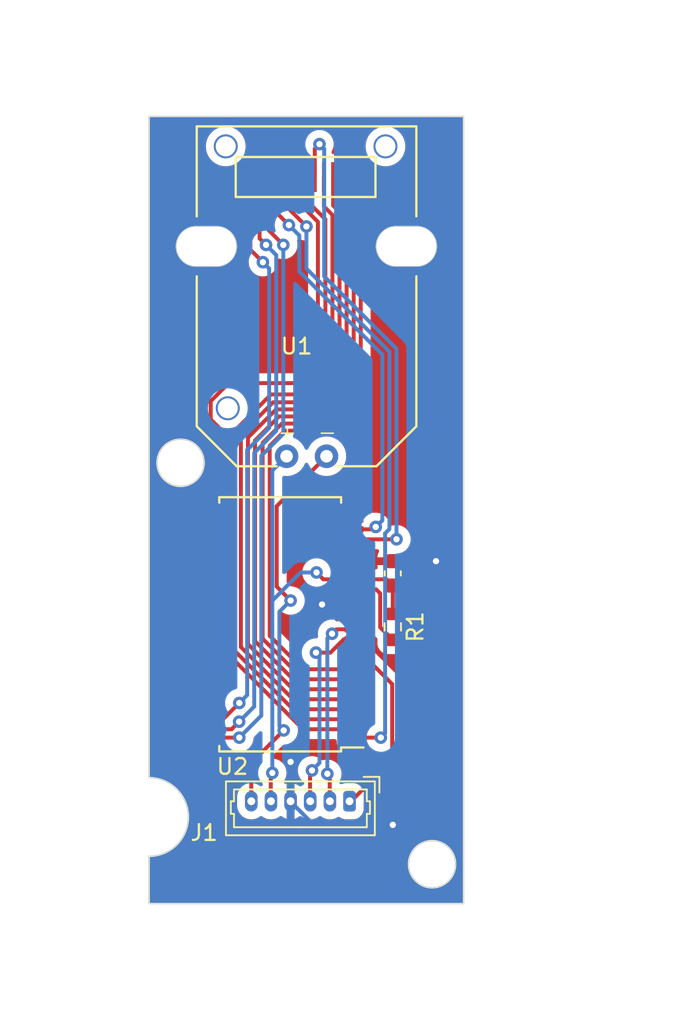
<source format=kicad_pcb>
(kicad_pcb (version 20240108) (generator "pcbnew") (generator_version "8.0")
  (layers (0 "F.Cu" signal) (31 "B.Cu" signal) (34 "B.Paste" user) (35 "F.Paste" user) (36 "B.SilkS" user "B.Silkscreen") (37 "F.SilkS" user "F.Silkscreen") (38 "B.Mask" user) (39 "F.Mask" user) (44 "Edge.Cuts" user))
  (net 0 "")
  (net 1 "+5V")
  (net 2 "GND")
  (net 3 "CS")
  (net 4 "DATA")
  (net 5 "WR")
  (net 6 "P_LED")
  (net 7 "Net-(U2-VLCD)")
  (net 8 "S11")
  (net 9 "S10")
  (net 10 "S9")
  (net 11 "COM1")
  (net 12 "S8")
  (net 13 "S7")
  (net 14 "S6")
  (net 15 "COM0")
  (net 16 "S5")
  (net 17 "S4")
  (net 18 "S3")
  (net 19 "S2")
  (net 20 "S1")
  (footprint "Library:Molex_PicoBlade_53047-0610_1x06_P1.25mm_Vertical" (layer "F.Cu") (at 237.75 64.5 180)
    (property "Reference" "J1" (at 9.25 -2 180) (layer "F.SilkS"))
    (property "Value" "Projektor")
    (fp_line (start 7.86 1.26) (end 7.86 -2.16) (stroke (width 0.12)) (layer "F.SilkS"))
    (fp_line (start 7.86 -2.16) (end -1.61 -2.16) (stroke (width 0.12)) (layer "F.SilkS"))
    (fp_line (start 7.55 0) (end 7.55 -0.8) (stroke (width 0.12)) (layer "F.SilkS"))
    (fp_line (start 7.55 -0.8) (end 7.35 -0.8) (stroke (width 0.12)) (layer "F.SilkS"))
    (fp_line (start 7.35 0.75) (end 7.35 0) (stroke (width 0.12)) (layer "F.SilkS"))
    (fp_line (start 7.35 0) (end 7.55 0) (stroke (width 0.12)) (layer "F.SilkS"))
    (fp_line (start 7.35 -0.8) (end 7.35 -1.65) (stroke (width 0.12)) (layer "F.SilkS"))
    (fp_line (start 7.35 -1.65) (end 3.125 -1.65) (stroke (width 0.12)) (layer "F.SilkS"))
    (fp_line (start 3.125 0.75) (end 7.35 0.75) (stroke (width 0.12)) (layer "F.SilkS"))
    (fp_line (start 3.125 0.75) (end -1.1 0.75) (stroke (width 0.12)) (layer "F.SilkS"))
    (fp_line (start -1.1 0.75) (end -1.1 0) (stroke (width 0.12)) (layer "F.SilkS"))
    (fp_line (start -1.1 0) (end -1.3 0) (stroke (width 0.12)) (layer "F.SilkS"))
    (fp_line (start -1.1 -0.8) (end -1.1 -1.65) (stroke (width 0.12)) (layer "F.SilkS"))
    (fp_line (start -1.1 -1.65) (end 3.125 -1.65) (stroke (width 0.12)) (layer "F.SilkS"))
    (fp_line (start -1.3 0) (end -1.3 -0.8) (stroke (width 0.12)) (layer "F.SilkS"))
    (fp_line (start -1.3 -0.8) (end -1.1 -0.8) (stroke (width 0.12)) (layer "F.SilkS"))
    (fp_line (start -1.61 1.26) (end 7.86 1.26) (stroke (width 0.12)) (layer "F.SilkS"))
    (fp_line (start -1.61 -2.16) (end -1.61 1.26) (stroke (width 0.12)) (layer "F.SilkS"))
    (fp_line (start -1.9 1.55) (end -0.9 1.55) (stroke (width 0.12)) (layer "F.SilkS"))
    (fp_line (start -1.9 1.55) (end -1.9 0.55) (stroke (width 0.12)) (layer "F.SilkS"))
    (pad "1" thru_hole roundrect (at 0 0 180) (size 0.8 1.3) (drill 0.5) (layers "*.Cu" "*.Mask") (net 3 "CS"))
    (pad "2" thru_hole oval (at 1.25 0 180) (size 0.8 1.3) (drill 0.5) (layers "*.Cu" "*.Mask") (net 4 "DATA"))
    (pad "3" thru_hole oval (at 2.5 0 180) (size 0.8 1.3) (drill 0.5) (layers "*.Cu" "*.Mask") (net 5 "WR"))
    (pad "4" thru_hole oval (at 3.75 0 180) (size 0.8 1.3) (drill 0.5) (layers "*.Cu" "*.Mask") (net 2 "GND"))
    (pad "5" thru_hole oval (at 5 0 180) (size 0.8 1.3) (drill 0.5) (layers "*.Cu" "*.Mask") (net 1 "+5V"))
    (pad "6" thru_hole oval (at 6.25 0 180) (size 0.8 1.3) (drill 0.5) (layers "*.Cu" "*.Mask") (net 6 "P_LED"))
  )
  (footprint "Capacitor_SMD:C_0603_1608Metric" (layer "F.Cu") (at 240.5 50.025 90)
    (property "Reference" "C1" (hide yes))
    (property "Value" "100nF")
    (fp_line (start -0.14058 -0.51) (end 0.14058 -0.51) (stroke (width 0.12)) (layer "F.SilkS"))
    (fp_line (start -0.14058 0.51) (end 0.14058 0.51) (stroke (width 0.12)) (layer "F.SilkS"))
    (pad "1" smd roundrect (at -0.775 0 90) (size 0.9 0.95) (layers "F.Cu" "F.Paste" "F.Mask") (net 1 "+5V"))
    (pad "2" smd roundrect (at 0.775 0 90) (size 0.9 0.95) (layers "F.Cu" "F.Paste" "F.Mask") (net 2 "GND"))
  )
  (footprint "Resistor_SMD:R_0603_1608Metric" (layer "F.Cu") (at 240.5 53.425 -90)
    (property "Reference" "R1" (at 0 -1.43 90) (layer "F.SilkS"))
    (property "Value" "20k" (hide yes))
    (fp_line (start -0.237258 0.5225) (end 0.237258 0.5225) (stroke (width 0.12)) (layer "F.SilkS"))
    (fp_line (start -0.237258 -0.5225) (end 0.237258 -0.5225) (stroke (width 0.12)) (layer "F.SilkS"))
    (pad "1" smd roundrect (at -0.825 0 270) (size 0.8 0.95) (layers "F.Cu" "F.Paste" "F.Mask") (net 1 "+5V"))
    (pad "2" smd roundrect (at 0.825 0 270) (size 0.8 0.95) (layers "F.Cu" "F.Paste" "F.Mask") (net 7 "Net-(U2-VLCD)"))
  )
  (footprint "Package_SO:SSOP-48_7.5x15.9mm_P0.635mm" (layer "F.Cu") (at 233.338025 53.26 180)
    (property "Reference" "U2" (at 3.038025 -9.04 0) (layer "F.SilkS"))
    (property "Value" "HT1621B")
    (fp_line (start 3.875 8.075) (end 3.875 7.7275) (stroke (width 0.15)) (layer "F.SilkS"))
    (fp_line (start 3.875 -8.075) (end 3.875 -7.7275) (stroke (width 0.15)) (layer "F.SilkS"))
    (fp_line (start -3.875 8.075) (end 3.875 8.075) (stroke (width 0.15)) (layer "F.SilkS"))
    (fp_line (start -3.875 8.075) (end -3.875 7.7275) (stroke (width 0.15)) (layer "F.SilkS"))
    (fp_line (start -3.875 -7.825) (end -5.3 -7.825) (stroke (width 0.15)) (layer "F.SilkS"))
    (fp_line (start -3.875 -8.075) (end 3.875 -8.075) (stroke (width 0.15)) (layer "F.SilkS"))
    (fp_line (start -3.875 -8.075) (end -3.875 -7.825) (stroke (width 0.15)) (layer "F.SilkS"))
    (pad "1" smd rect (at -4.7 -7.3025 180) (size 1.2 0.4) (layers "F.Cu" "F.Paste" "F.Mask") (net 12 "S8"))
    (pad "2" smd rect (at -4.7 -6.6675 180) (size 1.2 0.4) (layers "F.Cu" "F.Paste" "F.Mask") (net 13 "S7"))
    (pad "3" smd rect (at -4.7 -6.0325 180) (size 1.2 0.4) (layers "F.Cu" "F.Paste" "F.Mask") (net 14 "S6"))
    (pad "4" smd rect (at -4.7 -5.3975 180) (size 1.2 0.4) (layers "F.Cu" "F.Paste" "F.Mask") (net 16 "S5"))
    (pad "5" smd rect (at -4.7 -4.7625 180) (size 1.2 0.4) (layers "F.Cu" "F.Paste" "F.Mask") (net 17 "S4"))
    (pad "6" smd rect (at -4.7 -4.1275 180) (size 1.2 0.4) (layers "F.Cu" "F.Paste" "F.Mask") (net 18 "S3"))
    (pad "7" smd rect (at -4.7 -3.4925 180) (size 1.2 0.4) (layers "F.Cu" "F.Paste" "F.Mask") (net 19 "S2"))
    (pad "8" smd rect (at -4.7 -2.8575 180) (size 1.2 0.4) (layers "F.Cu" "F.Paste" "F.Mask") (net 20 "S1"))
    (pad "9" smd rect (at -4.7 -2.2225 180) (size 1.2 0.4) (layers "F.Cu" "F.Paste" "F.Mask") (net 3 "CS"))
    (pad "10" smd rect (at -4.7 -1.5875 180) (size 1.2 0.4) (layers "F.Cu" "F.Paste" "F.Mask"))
    (pad "11" smd rect (at -4.7 -0.9525 180) (size 1.2 0.4) (layers "F.Cu" "F.Paste" "F.Mask") (net 5 "WR"))
    (pad "12" smd rect (at -4.7 -0.3175 180) (size 1.2 0.4) (layers "F.Cu" "F.Paste" "F.Mask") (net 4 "DATA"))
    (pad "13" smd rect (at -4.7 0.3175 180) (size 1.2 0.4) (layers "F.Cu" "F.Paste" "F.Mask") (net 2 "GND"))
    (pad "14" smd rect (at -4.7 0.9525 180) (size 1.2 0.4) (layers "F.Cu" "F.Paste" "F.Mask"))
    (pad "15" smd rect (at -4.7 1.5875 180) (size 1.2 0.4) (layers "F.Cu" "F.Paste" "F.Mask"))
    (pad "16" smd rect (at -4.7 2.2225 180) (size 1.2 0.4) (layers "F.Cu" "F.Paste" "F.Mask") (net 7 "Net-(U2-VLCD)"))
    (pad "17" smd rect (at -4.7 2.8575 180) (size 1.2 0.4) (layers "F.Cu" "F.Paste" "F.Mask") (net 1 "+5V"))
    (pad "18" smd rect (at -4.7 3.4925 180) (size 1.2 0.4) (layers "F.Cu" "F.Paste" "F.Mask"))
    (pad "19" smd rect (at -4.7 4.1275 180) (size 1.2 0.4) (layers "F.Cu" "F.Paste" "F.Mask"))
    (pad "20" smd rect (at -4.7 4.7625 180) (size 1.2 0.4) (layers "F.Cu" "F.Paste" "F.Mask"))
    (pad "21" smd rect (at -4.7 5.3975 180) (size 1.2 0.4) (layers "F.Cu" "F.Paste" "F.Mask") (net 15 "COM0"))
    (pad "22" smd rect (at -4.7 6.0325 180) (size 1.2 0.4) (layers "F.Cu" "F.Paste" "F.Mask") (net 11 "COM1"))
    (pad "23" smd rect (at -4.7 6.6675 180) (size 1.2 0.4) (layers "F.Cu" "F.Paste" "F.Mask"))
    (pad "24" smd rect (at -4.7 7.3025 180) (size 1.2 0.4) (layers "F.Cu" "F.Paste" "F.Mask"))
    (pad "25" smd rect (at 4.7 7.3025 180) (size 1.2 0.4) (layers "F.Cu" "F.Paste" "F.Mask"))
    (pad "26" smd rect (at 4.7 6.6675 180) (size 1.2 0.4) (layers "F.Cu" "F.Paste" "F.Mask"))
    (pad "27" smd rect (at 4.7 6.0325 180) (size 1.2 0.4) (layers "F.Cu" "F.Paste" "F.Mask"))
    (pad "28" smd rect (at 4.7 5.3975 180) (size 1.2 0.4) (layers "F.Cu" "F.Paste" "F.Mask"))
    (pad "29" smd rect (at 4.7 4.7625 180) (size 1.2 0.4) (layers "F.Cu" "F.Paste" "F.Mask"))
    (pad "30" smd rect (at 4.7 4.1275 180) (size 1.2 0.4) (layers "F.Cu" "F.Paste" "F.Mask"))
    (pad "31" smd rect (at 4.7 3.4925 180) (size 1.2 0.4) (layers "F.Cu" "F.Paste" "F.Mask"))
    (pad "32" smd rect (at 4.7 2.8575 180) (size 1.2 0.4) (layers "F.Cu" "F.Paste" "F.Mask"))
    (pad "33" smd rect (at 4.7 2.2225 180) (size 1.2 0.4) (layers "F.Cu" "F.Paste" "F.Mask"))
    (pad "34" smd rect (at 4.7 1.5875 180) (size 1.2 0.4) (layers "F.Cu" "F.Paste" "F.Mask"))
    (pad "35" smd rect (at 4.7 0.9525 180) (size 1.2 0.4) (layers "F.Cu" "F.Paste" "F.Mask"))
    (pad "36" smd rect (at 4.7 0.3175 180) (size 1.2 0.4) (layers "F.Cu" "F.Paste" "F.Mask"))
    (pad "37" smd rect (at 4.7 -0.3175 180) (size 1.2 0.4) (layers "F.Cu" "F.Paste" "F.Mask"))
    (pad "38" smd rect (at 4.7 -0.9525 180) (size 1.2 0.4) (layers "F.Cu" "F.Paste" "F.Mask"))
    (pad "39" smd rect (at 4.7 -1.5875 180) (size 1.2 0.4) (layers "F.Cu" "F.Paste" "F.Mask"))
    (pad "40" smd rect (at 4.7 -2.2225 180) (size 1.2 0.4) (layers "F.Cu" "F.Paste" "F.Mask"))
    (pad "41" smd rect (at 4.7 -2.8575 180) (size 1.2 0.4) (layers "F.Cu" "F.Paste" "F.Mask"))
    (pad "42" smd rect (at 4.7 -3.4925 180) (size 1.2 0.4) (layers "F.Cu" "F.Paste" "F.Mask"))
    (pad "43" smd rect (at 4.7 -4.1275 180) (size 1.2 0.4) (layers "F.Cu" "F.Paste" "F.Mask"))
    (pad "44" smd rect (at 4.7 -4.7625 180) (size 1.2 0.4) (layers "F.Cu" "F.Paste" "F.Mask"))
    (pad "45" smd rect (at 4.7 -5.3975 180) (size 1.2 0.4) (layers "F.Cu" "F.Paste" "F.Mask"))
    (pad "46" smd rect (at 4.7 -6.0325 180) (size 1.2 0.4) (layers "F.Cu" "F.Paste" "F.Mask") (net 8 "S11"))
    (pad "47" smd rect (at 4.7 -6.6675 180) (size 1.2 0.4) (layers "F.Cu" "F.Paste" "F.Mask") (net 9 "S10"))
    (pad "48" smd rect (at 4.7 -7.3025 180) (size 1.2 0.4) (layers "F.Cu" "F.Paste" "F.Mask") (net 10 "S9"))
  )
  (footprint "Library:Projektor_Controlliert" (layer "F.Cu") (at 242 21.63)
    (property "Reference" "U1" (at -7.62 13.97 0) (layer "F.SilkS"))
    (property "Value" "Projektor")
    (fp_line (start -13.97 0) (end -13.97 5.715) (stroke (width 0.15)) (layer "F.SilkS"))
    (fp_line (start -13.97 9.525) (end -13.97 19.05) (stroke (width 0.15)) (layer "F.SilkS"))
    (fp_line (start -13.97 19.05) (end -11.43 21.59) (stroke (width 0.15)) (layer "F.SilkS"))
    (fp_line (start -11.49 1.945) (end -11.49 4.485) (stroke (width 0.15)) (layer "F.SilkS"))
    (fp_line (start -11.49 4.485) (end -2.6 4.485) (stroke (width 0.15)) (layer "F.SilkS"))
    (fp_line (start -11.43 21.59) (end -8.89 21.59) (stroke (width 0.15)) (layer "F.SilkS"))
    (fp_line (start -2.6 1.945) (end -11.49 1.945) (stroke (width 0.15)) (layer "F.SilkS"))
    (fp_line (start -2.6 4.485) (end -2.6 1.945) (stroke (width 0.15)) (layer "F.SilkS"))
    (fp_line (start -2.54 21.59) (end -5.08 21.59) (stroke (width 0.15)) (layer "F.SilkS"))
    (fp_line (start -2.54 21.59) (end 0 19.05) (stroke (width 0.15)) (layer "F.SilkS"))
    (fp_line (start 0 0) (end -13.97 0) (stroke (width 0.15)) (layer "F.SilkS"))
    (fp_line (start 0 0) (end 0 5.715) (stroke (width 0.15)) (layer "F.SilkS"))
    (fp_line (start 0 9.525) (end 0 19.05) (stroke (width 0.15)) (layer "F.SilkS"))
    (fp_line (start -12.724252 6.354227) (end -13.994252 6.354227) (stroke (width 0.05)) (layer "Edge.Cuts"))
    (fp_line (start -12.724252 8.894227) (end -13.994252 8.894227) (stroke (width 0.05)) (layer "Edge.Cuts"))
    (fp_line (start 0 6.35) (end -1.27 6.35) (stroke (width 0.05)) (layer "Edge.Cuts"))
    (fp_line (start 0 8.89) (end -1.27 8.89) (stroke (width 0.05)) (layer "Edge.Cuts"))
    (fp_arc (start -15.276226 7.622253) (mid -14.900001 6.719999) (end -13.994234 6.352312) (stroke (width 0.05)) (layer "Edge.Cuts"))
    (fp_arc (start -13.994252 8.894227) (mid -14.901444 8.525938) (end -15.278256 7.622253) (stroke (width 0.05)) (layer "Edge.Cuts"))
    (fp_arc (start -12.724252 6.354227) (mid -11.813213 6.719046) (end -11.434093 7.624227) (stroke (width 0.05)) (layer "Edge.Cuts"))
    (fp_arc (start -11.434095 7.624227) (mid -11.813214 8.529408) (end -12.724252 8.894227) (stroke (width 0.05)) (layer "Edge.Cuts"))
    (fp_arc (start -2.551974 7.618026) (mid -2.175749 6.715772) (end -1.269982 6.348085) (stroke (width 0.05)) (layer "Edge.Cuts"))
    (fp_arc (start -1.27 8.89) (mid -2.177192 8.521711) (end -2.554004 7.618026) (stroke (width 0.05)) (layer "Edge.Cuts"))
    (fp_arc (start 0 6.35) (mid 0.911039 6.714819) (end 1.290159 7.62) (stroke (width 0.05)) (layer "Edge.Cuts"))
    (fp_arc (start 1.290157 7.62) (mid 0.911038 8.52518) (end 0 8.89) (stroke (width 0.05)) (layer "Edge.Cuts"))
    (fp_text user "-" (at -6.35 20 0) (layer "F.SilkS") (effects (font (thickness 0.1)) (justify left bottom)))
    (fp_text user "+" (at -8.89 20 0) (layer "F.SilkS") (effects (font (thickness 0.1)) (justify left bottom)))
    (pad "" thru_hole circle (at -12.125 1.27) (size 1.524 1.524) (drill 1.27) (layers "*.Cu" "*.Mask"))
    (pad "" thru_hole circle (at -11.995 17.907) (size 1.524 1.524) (drill 1.27) (layers "*.Cu" "*.Mask"))
    (pad "" thru_hole circle (at -1.965 1.27) (size 1.524 1.524) (drill 1.27) (layers "*.Cu" "*.Mask"))
    (pad "1" smd rect (at -10.5574 3.2215) (size 0.25 1.905) (layers "F.Cu" "F.Paste" "F.Mask") (net 8 "S11"))
    (pad "2" smd rect (at -9.9724 3.2215) (size 0.25 1.905) (layers "F.Cu" "F.Paste" "F.Mask") (net 9 "S10"))
    (pad "3" smd rect (at -9.3874 3.2215) (size 0.25 1.905) (layers "F.Cu" "F.Paste" "F.Mask") (net 10 "S9"))
    (pad "4" smd rect (at -8.8024 3.2215) (size 0.25 1.905) (layers "F.Cu" "F.Paste" "F.Mask") (net 11 "COM1"))
    (pad "5" smd rect (at -8.2174 3.2215) (size 0.25 1.905) (layers "F.Cu" "F.Paste" "F.Mask") (net 12 "S8"))
    (pad "6" smd rect (at -7.6324 3.2215) (size 0.25 1.905) (layers "F.Cu" "F.Paste" "F.Mask") (net 13 "S7"))
    (pad "7" smd rect (at -7.0474 3.2215) (size 0.25 1.905) (layers "F.Cu" "F.Paste" "F.Mask") (net 14 "S6"))
    (pad "8" smd rect (at -6.4624 3.2215) (size 0.25 1.905) (layers "F.Cu" "F.Paste" "F.Mask") (net 15 "COM0"))
    (pad "9" smd rect (at -5.8774 3.2215) (size 0.25 1.905) (layers "F.Cu" "F.Paste" "F.Mask") (net 16 "S5"))
    (pad "10" smd rect (at -5.2924 3.2215) (size 0.25 1.905) (layers "F.Cu" "F.Paste" "F.Mask") (net 17 "S4"))
    (pad "11" smd rect (at -4.7074 3.2215) (size 0.25 1.905) (layers "F.Cu" "F.Paste" "F.Mask") (net 18 "S3"))
    (pad "12" smd rect (at -4.1224 3.2215) (size 0.25 1.905) (layers "F.Cu" "F.Paste" "F.Mask") (net 19 "S2"))
    (pad "13" smd rect (at -3.5374 3.2215) (size 0.25 1.905) (layers "F.Cu" "F.Paste" "F.Mask") (net 20 "S1"))
    (pad "14" thru_hole circle (at -8.255 20.955) (size 1.5 1.5) (drill 0.8) (layers "*.Cu" "*.Mask") (net 1 "+5V"))
    (pad "15" thru_hole circle (at -5.715 20.955) (size 1.5 1.5) (drill 0.8) (layers "*.Cu" "*.Mask") (net 6 "P_LED"))
  )
  (gr_arc (start 225 63) (mid 227.5 65.5) (end 225 68) (stroke (width 0.1)) (layer "Edge.Cuts"))
  (gr_line (start 228.5 71) (end 233.5 71) (stroke (width 0.1)) (layer "Edge.Cuts"))
  (gr_line (start 225 71) (end 228.5 71) (stroke (width 0.1)) (layer "Edge.Cuts"))
  (gr_line (start 245 21) (end 230 21) (stroke (width 0.1)) (layer "Edge.Cuts"))
  (gr_circle (center 227 43) (end 225.5 43) (stroke (width 0.1)) (fill none) (layer "Edge.Cuts"))
  (gr_line (start 225 68) (end 225 71) (stroke (width 0.1)) (layer "Edge.Cuts"))
  (gr_circle (center 243 68.5) (end 241.5 68.5) (stroke (width 0.1)) (fill none) (layer "Edge.Cuts"))
  (gr_line (start 233.5 71) (end 245 71) (stroke (width 0.1)) (layer "Edge.Cuts"))
  (gr_line (start 230 21) (end 225 21) (stroke (width 0.1)) (layer "Edge.Cuts"))
  (gr_line (start 225 63) (end 225 33) (stroke (width 0.1)) (layer "Edge.Cuts"))
  (gr_line (start 245 71) (end 245 21) (stroke (width 0.1)) (layer "Edge.Cuts"))
  (gr_line (start 225 21) (end 225 33) (stroke (width 0.1)) (layer "Edge.Cuts"))
  (segment (start 232.738025 64.6075) (end 232.738025 62.8575) (width 0.25) (layer "F.Cu") (net 1))
  (segment (start 240.5 50.8) (end 240.1025 50.4025) (width 0.25) (layer "F.Cu") (net 1))
  (segment (start 240.1025 50.4025) (end 238.038025 50.4025) (width 0.25) (layer "F.Cu") (net 1))
  (segment (start 240.5 50.8) (end 240.5 52.6) (width 0.25) (layer "F.Cu") (net 1))
  (segment (start 236.083025 50.4025) (end 238.038025 50.4025) (width 0.25) (layer "F.Cu") (net 1))
  (segment (start 235.648025 49.9675) (end 236.083025 50.4025) (width 0.25) (layer "F.Cu") (net 1))
  (segment (start 232.738025 62.8575) (end 232.838025 62.7575) (width 0.25) (layer "F.Cu") (net 1))
  (via (at 235.648025 49.9675) (size 0.8) (drill 0.4) (layers "F.Cu" "B.Cu") (net 1))
  (via (at 232.838025 62.7) (size 0.8) (drill 0.4) (layers "F.Cu" "B.Cu") (net 1))
  (segment (start 232.838025 51.7575) (end 234.628025 49.9675) (width 0.25) (layer "B.Cu") (net 1))
  (segment (start 232.838025 43.491975) (end 233.745 42.585) (width 0.25) (layer "B.Cu") (net 1))
  (segment (start 234.628025 49.9675) (end 235.648025 49.9675) (width 0.25) (layer "B.Cu") (net 1))
  (segment (start 232.838025 62.7) (end 232.838025 43.491975) (width 0.25) (layer "B.Cu") (net 1))
  (segment (start 233.988025 64.6075) (end 233.988025 62.011975) (width 0.25) (layer "F.Cu") (net 2))
  (segment (start 236.9425 52.9425) (end 236 52) (width 0.25) (layer "F.Cu") (net 2))
  (segment (start 238.038025 52.9425) (end 236.9425 52.9425) (width 0.25) (layer "F.Cu") (net 2))
  (segment (start 240.5 49.25) (end 243.25 49.25) (width 0.25) (layer "F.Cu") (net 2))
  (segment (start 233.988025 62.011975) (end 234 62) (width 0.25) (layer "F.Cu") (net 2))
  (via (at 240.5 66) (size 0.8) (drill 0.4) (layers "F.Cu" "B.Cu") (net 2))
  (via (at 243.25 49.25) (size 0.8) (drill 0.4) (layers "F.Cu" "B.Cu") (net 2))
  (via (at 236 52) (size 0.8) (drill 0.4) (layers "F.Cu" "B.Cu") (net 2))
  (via (at 234 62) (size 0.8) (drill 0.4) (layers "F.Cu" "B.Cu") (net 2))
  (segment (start 234 64.525305) (end 234 62) (width 0.25) (layer "B.Cu") (net 2))
  (segment (start 240.5 66) (end 235.474695 66) (width 0.25) (layer "B.Cu") (net 2))
  (segment (start 235.474695 66) (end 234 64.525305) (width 0.25) (layer "B.Cu") (net 2))
  (segment (start 238.888025 55.4825) (end 238.038025 55.4825) (width 0.25) (layer "F.Cu") (net 3))
  (segment (start 240.463025 61.8825) (end 240.463025 57.0575) (width 0.25) (layer "F.Cu") (net 3))
  (segment (start 240.463025 57.0575) (end 238.888025 55.4825) (width 0.25) (layer "F.Cu") (net 3))
  (segment (start 237.738025 64.6075) (end 240.463025 61.8825) (width 0.25) (layer "F.Cu") (net 3))
  (segment (start 236.488025 62.9075) (end 236.338025 62.7575) (width 0.25) (layer "F.Cu") (net 4))
  (segment (start 236.638025 53.8575) (end 236.918025 53.5775) (width 0.25) (layer "F.Cu") (net 4))
  (segment (start 236.488025 64.6075) (end 236.488025 62.9075) (width 0.25) (layer "F.Cu") (net 4))
  (segment (start 236.918025 53.5775) (end 238.038025 53.5775) (width 0.25) (layer "F.Cu") (net 4))
  (via (at 236.638025 53.8575) (size 0.8) (drill 0.4) (layers "F.Cu" "B.Cu") (net 4))
  (via (at 236.338025 62.7575) (size 0.8) (drill 0.4) (layers "F.Cu" "B.Cu") (net 4))
  (segment (start 236.338025 62.7575) (end 236.338025 54.1575) (width 0.25) (layer "B.Cu") (net 4))
  (segment (start 236.338025 54.1575) (end 236.638025 53.8575) (width 0.25) (layer "B.Cu") (net 4))
  (segment (start 235.238025 62.664976) (end 235.362324 62.540677) (width 0.25) (layer "F.Cu") (net 5))
  (segment (start 236.538025 55.0575) (end 237.383025 54.2125) (width 0.25) (layer "F.Cu") (net 5))
  (segment (start 237.383025 54.2125) (end 238.038025 54.2125) (width 0.25) (layer "F.Cu") (net 5))
  (segment (start 235.238025 64.6075) (end 235.238025 62.664976) (width 0.25) (layer "F.Cu") (net 5))
  (segment (start 235.613525 55.0575) (end 236.538025 55.0575) (width 0.25) (layer "F.Cu") (net 5))
  (via (at 235.362324 62.540677) (size 0.8) (drill 0.4) (layers "F.Cu" "B.Cu") (net 5))
  (via (at 235.613525 55.0575) (size 0.8) (drill 0.4) (layers "F.Cu" "B.Cu") (net 5))
  (segment (start 235.838025 62.064976) (end 235.838025 55.5575) (width 0.25) (layer "B.Cu") (net 5))
  (segment (start 235.838025 55.282) (end 235.613525 55.0575) (width 0.25) (layer "B.Cu") (net 5))
  (segment (start 235.362324 62.540677) (end 235.838025 62.064976) (width 0.25) (layer "B.Cu") (net 5))
  (segment (start 235.838025 55.5575) (end 235.838025 55.282) (width 0.25) (layer "B.Cu") (net 5))
  (segment (start 231.5 64.5) (end 231.5 62.063025) (width 0.25) (layer "F.Cu") (net 6))
  (segment (start 233.12 50.87) (end 233.12 45.75) (width 0.25) (layer "F.Cu") (net 6))
  (segment (start 231.5 62.063025) (end 233.563025 60) (width 0.25) (layer "F.Cu") (net 6))
  (segment (start 234 51.75) (end 233.12 50.87) (width 0.25) (layer "F.Cu") (net 6))
  (segment (start 233.12 45.75) (end 236.285 42.585) (width 0.25) (layer "F.Cu") (net 6))
  (via (at 234 51.75) (size 0.8) (drill 0.4) (layers "F.Cu" "B.Cu") (net 6))
  (via (at 233.563025 60) (size 0.8) (drill 0.4) (layers "F.Cu" "B.Cu") (net 6))
  (segment (start 233.288025 52.461975) (end 234 51.75) (width 0.25) (layer "B.Cu") (net 6))
  (segment (start 233.563025 60) (end 233.288025 59.725) (width 0.25) (layer "B.Cu") (net 6))
  (segment (start 233.288025 59.725) (end 233.288025 53.5) (width 0.25) (layer "B.Cu") (net 6))
  (segment (start 233.288025 53.5) (end 233.288025 52.461975) (width 0.25) (layer "B.Cu") (net 6))
  (segment (start 239.4375 51.0375) (end 238.038025 51.0375) (width 0.25) (layer "F.Cu") (net 7))
  (segment (start 239.7 51.3) (end 239.4375 51.0375) (width 0.25) (layer "F.Cu") (net 7))
  (segment (start 240.5 54.25) (end 239.7 53.45) (width 0.25) (layer "F.Cu") (net 7))
  (segment (start 239.7 53.45) (end 239.7 51.3) (width 0.25) (layer "F.Cu") (net 7))
  (segment (start 230.738025 58.2575) (end 229.703025 59.2925) (width 0.25) (layer "F.Cu") (net 8))
  (segment (start 231.4426 29.462075) (end 232.238025 30.2575) (width 0.25) (layer "F.Cu") (net 8))
  (segment (start 231.4426 24.8515) (end 231.4426 29.462075) (width 0.25) (layer "F.Cu") (net 8))
  (segment (start 229.703025 59.2925) (end 228.638025 59.2925) (width 0.25) (layer "F.Cu") (net 8))
  (via (at 232.238025 30.2575) (size 0.8) (drill 0.4) (layers "F.Cu" "B.Cu") (net 8))
  (via (at 230.738025 58.2575) (size 0.8) (drill 0.4) (layers "F.Cu" "B.Cu") (net 8))
  (segment (start 231.238025 44.3575) (end 231.238025 57.7575) (width 0.25) (layer "B.Cu") (net 8))
  (segment (start 231.601629 41.821104) (end 231.238025 42.184708) (width 0.25) (layer "B.Cu") (net 8))
  (segment (start 232.238025 30.2575) (end 232.638025 30.6575) (width 0.25) (layer "B.Cu") (net 8))
  (segment (start 232.638025 32.5575) (end 232.638025 40.784708) (width 0.25) (layer "B.Cu") (net 8))
  (segment (start 231.238025 57.7575) (end 230.738025 58.2575) (width 0.25) (layer "B.Cu") (net 8))
  (segment (start 232.638025 30.6575) (end 232.638025 32.5575) (width 0.25) (layer "B.Cu") (net 8))
  (segment (start 232.638025 40.784708) (end 231.601629 41.821104) (width 0.25) (layer "B.Cu") (net 8))
  (segment (start 231.238025 42.184708) (end 231.238025 44.3575) (width 0.25) (layer "B.Cu") (net 8))
  (segment (start 228.638025 59.9275) (end 230.243426 59.9275) (width 0.25) (layer "F.Cu") (net 9))
  (segment (start 230.243426 59.9275) (end 230.725477 59.445449) (width 0.25) (layer "F.Cu") (net 9))
  (segment (start 232.0276 28.747075) (end 232.0276 24.8515) (width 0.25) (layer "F.Cu") (net 9))
  (segment (start 232.438025 29.1575) (end 232.0276 28.747075) (width 0.25) (layer "F.Cu") (net 9))
  (via (at 230.725477 59.445449) (size 0.8) (drill 0.4) (layers "F.Cu" "B.Cu") (net 9))
  (via (at 232.438025 29.1575) (size 0.8) (drill 0.4) (layers "F.Cu" "B.Cu") (net 9))
  (segment (start 233.088025 37.2575) (end 233.088025 29.8075) (width 0.25) (layer "B.Cu") (net 9))
  (segment (start 231.688025 56.1575) (end 231.688025 42.371104) (width 0.25) (layer "B.Cu") (net 9))
  (segment (start 231.688025 42.371104) (end 232.819827 41.239302) (width 0.25) (layer "B.Cu") (net 9))
  (segment (start 230.725477 59.445449) (end 231.688025 58.482901) (width 0.25) (layer "B.Cu") (net 9))
  (segment (start 232.819827 41.239302) (end 233.088025 40.971104) (width 0.25) (layer "B.Cu") (net 9))
  (segment (start 231.688025 58.482901) (end 231.688025 56.1575) (width 0.25) (layer "B.Cu") (net 9))
  (segment (start 233.088025 29.8075) (end 232.438025 29.1575) (width 0.25) (layer "B.Cu") (net 9))
  (segment (start 233.088025 40.971104) (end 233.088025 37.2575) (width 0.25) (layer "B.Cu") (net 9))
  (segment (start 230.738025 60.4575) (end 228.743025 60.4575) (width 0.25) (layer "F.Cu") (net 10))
  (segment (start 228.743025 60.4575) (end 228.638025 60.5625) (width 0.25) (layer "F.Cu") (net 10))
  (segment (start 232.6126 28.232075) (end 233.538025 29.1575) (width 0.25) (layer "F.Cu") (net 10))
  (segment (start 232.6126 24.8515) (end 232.6126 28.232075) (width 0.25) (layer "F.Cu") (net 10))
  (via (at 233.538025 29.1575) (size 0.8) (drill 0.4) (layers "F.Cu" "B.Cu") (net 10))
  (via (at 230.738025 60.4575) (size 0.8) (drill 0.4) (layers "F.Cu" "B.Cu") (net 10))
  (segment (start 232.138025 42.5575) (end 232.138025 59.0575) (width 0.25) (layer "B.Cu") (net 10))
  (segment (start 233.538025 41.1575) (end 232.138025 42.5575) (width 0.25) (layer "B.Cu") (net 10))
  (segment (start 232.138025 59.0575) (end 230.738025 60.4575) (width 0.25) (layer "B.Cu") (net 10))
  (segment (start 233.538025 29.1575) (end 233.538025 41.1575) (width 0.25) (layer "B.Cu") (net 10))
  (segment (start 239.41509 47.073386) (end 239.260976 47.2275) (width 0.25) (layer "F.Cu") (net 11))
  (segment (start 239.260976 47.2275) (end 238.038025 47.2275) (width 0.25) (layer "F.Cu") (net 11))
  (segment (start 233.1976 27.202668) (end 233.893437 27.898505) (width 0.25) (layer "F.Cu") (net 11))
  (segment (start 233.1976 24.8515) (end 233.1976 27.202668) (width 0.25) (layer "F.Cu") (net 11))
  (via (at 233.893437 27.898505) (size 0.8) (drill 0.4) (layers "F.Cu" "B.Cu") (net 11))
  (via (at 239.41509 47.073386) (size 0.8) (drill 0.4) (layers "F.Cu" "B.Cu") (net 11))
  (segment (start 234.557528 30.849795) (end 235.901629 32.193896) (width 0.25) (layer "B.Cu") (net 11))
  (segment (start 234.557528 29.7575) (end 234.557528 30.849795) (width 0.25) (layer "B.Cu") (net 11))
  (segment (start 234.557528 28.562596) (end 234.557528 29.7575) (width 0.25) (layer "B.Cu") (net 11))
  (segment (start 239.422139 47.073386) (end 239.41509 47.073386) (width 0.25) (layer "B.Cu") (net 11))
  (segment (start 239.838025 36.130292) (end 239.838025 46.6575) (width 0.25) (layer "B.Cu") (net 11))
  (segment (start 239.838025 46.6575) (end 239.422139 47.073386) (width 0.25) (layer "B.Cu") (net 11))
  (segment (start 235.901629 32.193896) (end 239.838025 36.130292) (width 0.25) (layer "B.Cu") (net 11))
  (segment (start 233.893437 27.898505) (end 234.557528 28.562596) (width 0.25) (layer "B.Cu") (net 11))
  (segment (start 239.738025 60.4575) (end 238.143025 60.4575) (width 0.25) (layer "F.Cu") (net 12))
  (segment (start 238.143025 60.4575) (end 238.038025 60.5625) (width 0.25) (layer "F.Cu") (net 12))
  (segment (start 233.7826 24.8515) (end 233.7826 26.763069) (width 0.25) (layer "F.Cu") (net 12))
  (segment (start 233.7826 26.763069) (end 235.007528 27.987997) (width 0.25) (layer "F.Cu") (net 12))
  (via (at 239.738025 60.4575) (size 0.8) (drill 0.4) (layers "F.Cu" "B.Cu") (net 12))
  (via (at 235.007528 27.987997) (size 0.8) (drill 0.4) (layers "F.Cu" "B.Cu") (net 12))
  (segment (start 235.007528 30.663399) (end 236.519827 32.175698) (width 0.25) (layer "B.Cu") (net 12))
  (segment (start 235.007528 27.987997) (end 235.007528 30.663399) (width 0.25) (layer "B.Cu") (net 12))
  (segment (start 240.288025 46.2575) (end 240.288025 47.2075) (width 0.25) (layer "B.Cu") (net 12))
  (segment (start 240.238025 47.2575) (end 240.013025 47.4825) (width 0.25) (layer "B.Cu") (net 12))
  (segment (start 240.288025 35.943896) (end 240.288025 45.1575) (width 0.25) (layer "B.Cu") (net 12))
  (segment (start 240.288025 45.1575) (end 240.288025 46.2575) (width 0.25) (layer "B.Cu") (net 12))
  (segment (start 240.013025 47.4825) (end 240.013025 60.1825) (width 0.25) (layer "B.Cu") (net 12))
  (segment (start 236.519827 32.175698) (end 240.288025 35.943896) (width 0.25) (layer "B.Cu") (net 12))
  (segment (start 240.013025 60.1825) (end 239.738025 60.4575) (width 0.25) (layer "B.Cu") (net 12))
  (segment (start 240.288025 47.2075) (end 240.238025 47.2575) (width 0.25) (layer "B.Cu") (net 12))
  (segment (start 229.838025 54.975876) (end 234.789649 59.9275) (width 0.25) (layer "F.Cu") (net 13))
  (segment (start 235.738025 37.521104) (end 235.319827 37.939302) (width 0.25) (layer "F.Cu") (net 13))
  (segment (start 234.3676 26.323471) (end 235.738025 27.693896) (width 0.25) (layer "F.Cu") (net 13))
  (segment (start 229.838025 41.1575) (end 229.838025 54.975876) (width 0.25) (layer "F.Cu") (net 13))
  (segment (start 228.918 39.086749) (end 228.918 40.237475) (width 0.25) (layer "F.Cu") (net 13))
  (segment (start 235.738025 27.693896) (end 235.738025 37.521104) (width 0.25) (layer "F.Cu") (net 13))
  (segment (start 234.3676 24.8515) (end 234.3676 26.323471) (width 0.25) (layer "F.Cu") (net 13))
  (segment (start 230.065447 37.939302) (end 228.918 39.086749) (width 0.25) (layer "F.Cu") (net 13))
  (segment (start 235.319827 37.939302) (end 230.065447 37.939302) (width 0.25) (layer "F.Cu") (net 13))
  (segment (start 234.789649 59.9275) (end 238.038025 59.9275) (width 0.25) (layer "F.Cu") (net 13))
  (segment (start 228.918 40.237475) (end 229.838025 41.1575) (width 0.25) (layer "F.Cu") (net 13))
  (segment (start 236.2126 37.682925) (end 236.2126 27.532075) (width 0.25) (layer "F.Cu") (net 14))
  (segment (start 235.238025 38.6575) (end 236.2126 37.682925) (width 0.25) (layer "F.Cu") (net 14))
  (segment (start 230.338025 54.83948) (end 230.338025 41.07552) (width 0.25) (layer "F.Cu") (net 14))
  (segment (start 234.9526 26.272075) (end 234.9526 24.8515) (width 0.25) (layer "F.Cu") (net 14))
  (segment (start 236.2126 27.532075) (end 234.9526 26.272075) (width 0.25) (layer "F.Cu") (net 14))
  (segment (start 238.038025 59.2925) (end 234.791045 59.2925) (width 0.25) (layer "F.Cu") (net 14))
  (segment (start 230.338025 41.07552) (end 232.756045 38.6575) (width 0.25) (layer "F.Cu") (net 14))
  (segment (start 232.756045 38.6575) (end 235.238025 38.6575) (width 0.25) (layer "F.Cu") (net 14))
  (segment (start 234.791045 59.2925) (end 230.338025 54.83948) (width 0.25) (layer "F.Cu") (net 14))
  (segment (start 235.5376 23.057925) (end 235.838025 22.7575) (width 0.25) (layer "F.Cu") (net 15))
  (segment (start 240.733025 47.8625) (end 240.738025 47.8575) (width 0.25) (layer "F.Cu") (net 15))
  (segment (start 235.5376 24.8515) (end 235.5376 23.057925) (width 0.25) (layer "F.Cu") (net 15))
  (segment (start 238.038025 47.8625) (end 240.733025 47.8625) (width 0.25) (layer "F.Cu") (net 15))
  (via (at 235.838025 22.7575) (size 0.8) (drill 0.4) (layers "F.Cu" "B.Cu") (net 15))
  (via (at 240.738025 47.8575) (size 0.8) (drill 0.4) (layers "F.Cu" "B.Cu") (net 15))
  (segment (start 236.138025 23.0575) (end 235.838025 22.7575) (width 0.25) (layer "B.Cu") (net 15))
  (segment (start 236.138025 31.1575) (end 236.138025 23.0575) (width 0.25) (layer "B.Cu") (net 15))
  (segment (start 240.738025 47.8575) (end 240.738025 35.7575) (width 0.25) (layer "B.Cu") (net 15))
  (segment (start 240.738025 35.7575) (end 236.138025 31.1575) (width 0.25) (layer "B.Cu") (net 15))
  (segment (start 238.038025 58.6575) (end 234.792441 58.6575) (width 0.25) (layer "F.Cu") (net 16))
  (segment (start 230.838025 41.211916) (end 232.892441 39.1575) (width 0.25) (layer "F.Cu") (net 16))
  (segment (start 232.892441 39.1575) (end 235.401629 39.1575) (width 0.25) (layer "F.Cu") (net 16))
  (segment (start 236.6626 27.254867) (end 236.1226 26.714867) (width 0.25) (layer "F.Cu") (net 16))
  (segment (start 234.792441 58.6575) (end 230.838025 54.703084) (width 0.25) (layer "F.Cu") (net 16))
  (segment (start 236.6626 37.896529) (end 236.6626 27.254867) (width 0.25) (layer "F.Cu") (net 16))
  (segment (start 230.838025 54.703084) (end 230.838025 41.211916) (width 0.25) (layer "F.Cu") (net 16))
  (segment (start 236.1226 26.714867) (end 236.1226 24.8515) (width 0.25) (layer "F.Cu") (net 16))
  (segment (start 235.401629 39.1575) (end 236.6626 37.896529) (width 0.25) (layer "F.Cu") (net 16))
  (segment (start 236.7076 26.663471) (end 236.7076 24.8515) (width 0.25) (layer "F.Cu") (net 17))
  (segment (start 237.1126 27.068471) (end 236.7076 26.663471) (width 0.25) (layer "F.Cu") (net 17))
  (segment (start 235.588025 39.6075) (end 237.1126 38.082925) (width 0.25) (layer "F.Cu") (net 17))
  (segment (start 238.038025 58.0225) (end 234.793837 58.0225) (width 0.25) (layer "F.Cu") (net 17))
  (segment (start 233.078837 39.6075) (end 235.588025 39.6075) (width 0.25) (layer "F.Cu") (net 17))
  (segment (start 231.288025 41.398312) (end 233.078837 39.6075) (width 0.25) (layer "F.Cu") (net 17))
  (segment (start 234.793837 58.0225) (end 231.288025 54.516688) (width 0.25) (layer "F.Cu") (net 17))
  (segment (start 237.1126 38.082925) (end 237.1126 27.068471) (width 0.25) (layer "F.Cu") (net 17))
  (segment (start 231.288025 54.516688) (end 231.288025 41.398312) (width 0.25) (layer "F.Cu") (net 17))
  (segment (start 237.2926 26.612075) (end 237.2926 24.8515) (width 0.25) (layer "F.Cu") (net 18))
  (segment (start 231.738025 41.584708) (end 233.265233 40.0575) (width 0.25) (layer "F.Cu") (net 18))
  (segment (start 238.038025 57.3875) (end 234.795233 57.3875) (width 0.25) (layer "F.Cu") (net 18))
  (segment (start 237.5626 38.332925) (end 237.5626 26.882075) (width 0.25) (layer "F.Cu") (net 18))
  (segment (start 237.5626 26.882075) (end 237.2926 26.612075) (width 0.25) (layer "F.Cu") (net 18))
  (segment (start 234.795233 57.3875) (end 231.738025 54.330292) (width 0.25) (layer "F.Cu") (net 18))
  (segment (start 231.738025 54.330292) (end 231.738025 41.584708) (width 0.25) (layer "F.Cu") (net 18))
  (segment (start 235.838025 40.0575) (end 237.5626 38.332925) (width 0.25) (layer "F.Cu") (net 18))
  (segment (start 233.265233 40.0575) (end 235.838025 40.0575) (width 0.25) (layer "F.Cu") (net 18))
  (segment (start 238.0126 26.6575) (end 237.8776 26.5225) (width 0.25) (layer "F.Cu") (net 19))
  (segment (start 232.22 41.739129) (end 233.451629 40.5075) (width 0.25) (layer "F.Cu") (net 19))
  (segment (start 232.22 54.175871) (end 232.22 41.739129) (width 0.25) (layer "F.Cu") (net 19))
  (segment (start 234.796629 56.7525) (end 232.22 54.175871) (width 0.25) (layer "F.Cu") (net 19))
  (segment (start 236.051629 40.5075) (end 238.0126 38.546529) (width 0.25) (layer "F.Cu") (net 19))
  (segment (start 238.0126 38.546529) (end 238.0126 26.6575) (width 0.25) (layer "F.Cu") (net 19))
  (segment (start 233.451629 40.5075) (end 236.051629 40.5075) (width 0.25) (layer "F.Cu") (net 19))
  (segment (start 237.8776 26.5225) (end 237.8776 24.8515) (width 0.25) (layer "F.Cu") (net 19))
  (segment (start 238.038025 56.7525) (end 234.796629 56.7525) (width 0.25) (layer "F.Cu") (net 19))
  (segment (start 233.638025 40.9575) (end 232.67 41.925525) (width 0.25) (layer "F.Cu") (net 20))
  (segment (start 236.238025 40.9575) (end 233.638025 40.9575) (width 0.25) (layer "F.Cu") (net 20))
  (segment (start 232.738025 54.0575) (end 234.798025 56.1175) (width 0.25) (layer "F.Cu") (net 20))
  (segment (start 232.67 41.925525) (end 232.67 53.989475) (width 0.25) (layer "F.Cu") (net 20))
  (segment (start 238.4626 24.8515) (end 238.4626 38.732925) (width 0.25) (layer "F.Cu") (net 20))
  (segment (start 232.67 53.989475) (end 232.738025 54.0575) (width 0.25) (layer "F.Cu") (net 20))
  (segment (start 234.798025 56.1175) (end 238.038025 56.1175) (width 0.25) (layer "F.Cu") (net 20))
  (segment (start 238.4626 38.732925) (end 236.238025 40.9575) (width 0.25) (layer "F.Cu") (net 20))
  (zone (net 2) (net_name "GND") (layers "F&B.Cu") (connect_pads (clearance 0.5)) (min_thickness 0.25) (fill yes (thermal_gap 0.5) (thermal_bridge_width 0.5))
    (polygon (pts (xy 245 71) (xy 225 71) (xy 225 21) (xy 245 21)))
  )
)
</source>
